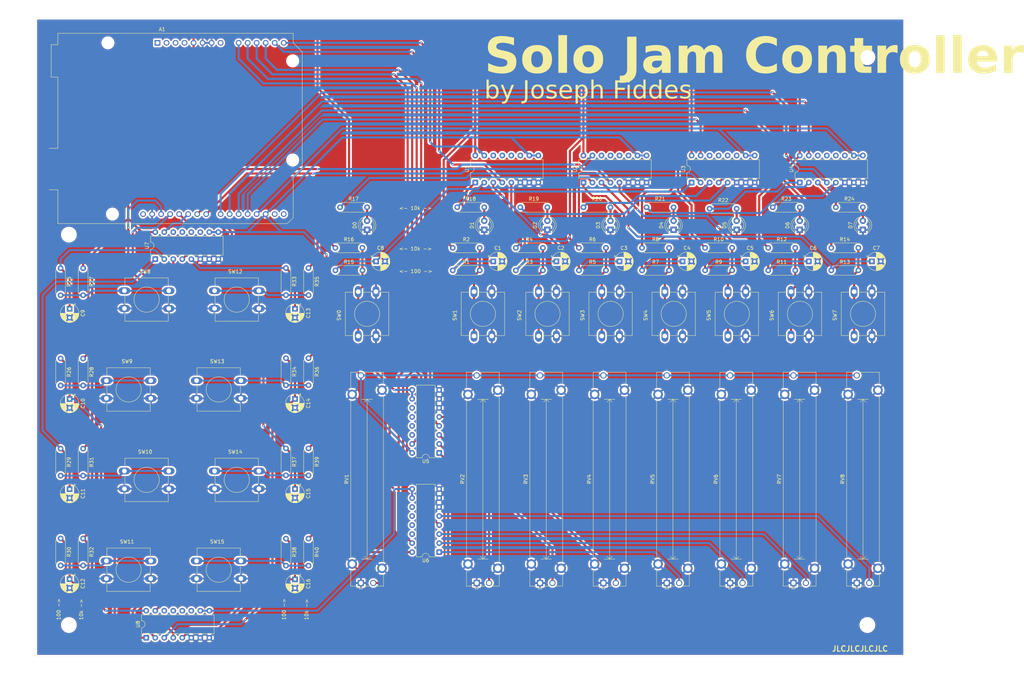
<source format=kicad_pcb>
(kicad_pcb (version 20241229) (generator "pcbnew") (generator_version "9.0")
  (layers (0 "F.Cu" signal) (4 "In1.Cu" signal) (6 "In2.Cu" signal) (2 "B.Cu" signal) (13 "F.Paste" user) (15 "B.Paste" user) (5 "F.SilkS" user "F.Silkscreen") (7 "B.SilkS" user "B.Silkscreen") (1 "F.Mask" user) (3 "B.Mask" user) (25 "Edge.Cuts" user))
  (net 0 "")
  (net 1 "/ALG2")
  (net 3 "/ALG0")
  (net 4 "/DTL5")
  (net 5 "/DTL12")
  (net 6 "Net-(A1-D2)")
  (net 8 "/DTL10")
  (net 9 "/DTL9")
  (net 10 "GND")
  (net 13 "VCC")
  (net 15 "/ALG4")
  (net 16 "/DTL11")
  (net 17 "/DTL13")
  (net 21 "/BTN1")
  (net 22 "Net-(R1-Pad2)")
  (net 27 "/BTN2")
  (net 28 "/BTN3")
  (net 29 "/BTN4")
  (net 30 "/BTN5")
  (net 31 "/BTN6")
  (net 32 "/BTN7")
  (net 33 "/BTN0")
  (net 34 "Net-(R3-Pad2)")
  (net 35 "Net-(R5-Pad2)")
  (net 36 "Net-(R7-Pad2)")
  (net 37 "Net-(R10-Pad2)")
  (net 38 "Net-(R11-Pad2)")
  (net 39 "Net-(R13-Pad2)")
  (net 40 "Net-(R15-Pad2)")
  (net 41 "/ALG1")
  (net 42 "/DTL8")
  (net 43 "/ALG5")
  (net 44 "/DTL6")
  (net 45 "Net-(A1-D3)")
  (net 46 "/DTL7")
  (net 47 "/DTL4")
  (net 48 "/ALG3")
  (net 49 "Net-(D1-A)")
  (net 50 "Net-(D2-A)")
  (net 51 "Net-(D3-A)")
  (net 52 "Net-(D4-A)")
  (net 53 "Net-(D5-A)")
  (net 54 "Net-(D6-A)")
  (net 55 "Net-(D7-A)")
  (net 56 "/LED0")
  (net 57 "/LED1")
  (net 58 "/LED2")
  (net 59 "/LED3")
  (net 60 "/LED4")
  (net 61 "/LED5")
  (net 62 "/LED6")
  (net 63 "/LED7")
  (net 76 "Net-(D0-A)")
  (net 77 "/BTN8")
  (net 78 "/BTN12")
  (net 79 "/BTN9")
  (net 80 "/BTN13")
  (net 81 "/BTN10")
  (net 82 "/BTN14")
  (net 83 "/BTN11")
  (net 84 "/BTN15")
  (net 85 "Net-(R25-Pad2)")
  (net 86 "Net-(R26-Pad2)")
  (net 87 "Net-(R29-Pad2)")
  (net 88 "Net-(R30-Pad2)")
  (net 89 "Net-(R33-Pad2)")
  (net 90 "Net-(R34-Pad2)")
  (net 91 "Net-(R37-Pad2)")
  (net 92 "Net-(R38-Pad2)")
  (net 93 "/FAD0")
  (net 94 "/FAD1")
  (net 95 "/FAD2")
  (net 96 "/FAD3")
  (net 97 "/FAD4")
  (net 98 "/FAD5")
  (net 99 "/FAD6")
  (net 100 "/FAD7")
  (footprint "Resistor_THT:R_Axial_DIN0207_L6.3mm_D2.5mm_P7.62mm_Horizontal" (layer "F.Cu") (at 309.84 135.065)
    (property "Reference" "R13")
    (property "Value" "100")
  )
  (footprint "Potentiometer_THT:Potentiometer_Bourns_PTA4543_Single_Slide" (layer "F.Cu") (at 281.316667 223.16 90)
    (property "Reference" "RV6")
    (property "Value" "R_Fader")
  )
  (footprint "Button_Switch_THT:SW_PUSH-12mm" (layer "F.Cu") (at 209.16 153.57 90)
    (property "Reference" "SW1")
    (property "Value" "SW_Push")
  )
  (footprint "Resistor_THT:R_Axial_DIN0207_L6.3mm_D2.5mm_P7.62mm_Horizontal" (layer "F.Cu") (at 92.67 134.45 -90)
    (property "Reference" "R25")
    (property "Value" "100")
  )
  (footprint "Resistor_THT:R_Axial_DIN0207_L6.3mm_D2.5mm_P7.62mm_Horizontal" (layer "F.Cu") (at 156.17 210.65 -90)
    (property "Reference" "R38")
    (property "Value" "100")
  )
  (footprint "Resistor_THT:R_Axial_DIN0207_L6.3mm_D2.5mm_P7.62mm_Horizontal" (layer "F.Cu") (at 92.67 159.89 -90)
    (property "Reference" "R26")
    (property "Value" "100")
  )
  (footprint "Resistor_THT:R_Axial_DIN0207_L6.3mm_D2.5mm_P7.62mm_Horizontal" (layer "F.Cu") (at 162.52 159.81 -90)
    (property "Reference" "R36")
    (property "Value" "10k")
  )
  (footprint "Button_Switch_THT:SW_PUSH-12mm" (layer "F.Cu") (at 227.37 153.57 90)
    (property "Reference" "SW2")
    (property "Value" "SW_Push")
  )
  (footprint "Resistor_THT:R_Axial_DIN0207_L6.3mm_D2.5mm_P7.62mm_Horizontal" (layer "F.Cu") (at 256.5 135.065)
    (property "Reference" "R7")
    (property "Value" "100")
  )
  (footprint "Capacitor_THT:CP_Radial_D5.0mm_P2.50mm" (layer "F.Cu") (at 95.21 171.32 -90)
    (property "Reference" "C10")
    (property "Value" "1u")
  )
  (footprint "Capacitor_THT:CP_Radial_D5.0mm_P2.50mm" (layer "F.Cu") (at 158.71 145.88 -90)
    (property "Reference" "C13")
    (property "Value" "1u")
  )
  (footprint "Resistor_THT:R_Axial_DIN0207_L6.3mm_D2.5mm_P7.62mm_Horizontal" (layer "F.Cu") (at 156.17 134.41 -90)
    (property "Reference" "R33")
    (property "Value" "100")
  )
  (footprint "Resistor_THT:R_Axial_DIN0207_L6.3mm_D2.5mm_P7.62mm_Horizontal" (layer "F.Cu") (at 99.02 210.61 -90)
    (property "Reference" "R32")
    (property "Value" "10k")
  )
  (footprint "Button_Switch_THT:SW_PUSH-12mm" (layer "F.Cu") (at 136.05 191.6)
    (property "Reference" "SW14")
    (property "Value" "SW_Push")
  )
  (footprint "Resistor_THT:R_Axial_DIN0207_L6.3mm_D2.5mm_P7.62mm_Horizontal" (layer "F.Cu") (at 92.67 210.61 -90)
    (property "Reference" "R30")
    (property "Value" "100")
  )
  (footprint "LED_THT:LED_D4.0mm" (layer "F.Cu") (at 229.83 123.635 90)
    (property "Reference" "D2")
    (property "Value" "LED")
  )
  (footprint "Capacitor_THT:CP_Radial_D5.0mm_P2.50mm" (layer "F.Cu") (at 285.71 132.525)
    (property "Reference" "C5")
    (property "Value" "1u")
  )
  (footprint "Capacitor_THT:CP_Radial_D5.0mm_P2.50mm" (layer "F.Cu") (at 158.71 171.28 -90)
    (property "Reference" "C14")
    (property "Value" "1u")
  )
  (footprint "Capacitor_THT:CP_Radial_D5.0mm_P2.50mm" (layer "F.Cu") (at 250.15 132.525)
    (property "Reference" "C3")
    (property "Value" "1u")
  )
  (footprint "Resistor_THT:R_Axial_DIN0207_L6.3mm_D2.5mm_P7.62mm_Horizontal" (layer "F.Cu") (at 162.52 210.65 -90)
    (property "Reference" "R40")
    (property "Value" "10k")
  )
  (footprint "Package_DIP:DIP-16_W7.62mm" (layer "F.Cu") (at 199.35 214.46 180)
    (property "Reference" "U6")
    (property "Value" "CD4053B")
  )
  (footprint "Resistor_THT:R_Axial_DIN0207_L6.3mm_D2.5mm_P7.62mm_Horizontal" (layer "F.Cu") (at 220.94 128.715)
    (property "Reference" "R4")
    (property "Value" "10k")
  )
  (footprint "Capacitor_THT:CP_Radial_D5.0mm_P2.50mm" (layer "F.Cu") (at 95.21 196.72 -90)
    (property "Reference" "C11")
    (property "Value" "1u")
  )
  (footprint "Resistor_THT:R_Axial_DIN0207_L6.3mm_D2.5mm_P7.62mm_Horizontal" (layer "F.Cu") (at 92.67 185.29 -90)
    (property "Reference" "R29")
    (property "Value" "100")
  )
  (footprint "Resistor_THT:R_Axial_DIN0207_L6.3mm_D2.5mm_P7.62mm_Horizontal" (layer "F.Cu") (at 170.1 128.715)
    (property "Reference" "R16")
    (property "Value" "10k")
  )
  (footprint "LED_THT:LED_D4.0mm" (layer "F.Cu") (at 179.03 123.635 90)
    (property "Reference" "D0")
    (property "Value" "LED")
  )
  (footprint "LED_THT:LED_D4.0mm" (layer "F.Cu") (at 247.61 123.635 90)
    (property "Reference" "D3")
    (property "Value" "LED")
  )
  (footprint "Package_DIP:DIP-16_W7.62mm" (layer "F.Cu") (at 199.35 186.52 180)
    (property "Reference" "U5")
    (property "Value" "CD4053B")
  )
  (footprint "Package_DIP:DIP-16_W7.62mm" (layer "F.Cu") (at 300.95 110.32 90)
    (property "Reference" "U4")
    (property "Value" "CD4053B")
  )
  (footprint "Resistor_THT:R_Axial_DIN0207_L6.3mm_D2.5mm_P7.62mm_Horizontal" (layer "F.Cu") (at 162.52 185.21 -90)
    (property "Reference" "R39")
    (property "Value" "10k")
  )
  (footprint "Button_Switch_THT:SW_PUSH-12mm" (layer "F.Cu") (at 298.49 153.57 90)
    (property "Reference" "SW6")
    (property "Value" "SW_Push")
  )
  (footprint "Resistor_THT:R_Axial_DIN0207_L6.3mm_D2.5mm_P7.62mm_Horizontal" (layer "F.Cu") (at 203.16 135.065)
    (property "Reference" "R1")
    (property "Value" "100")
  )
  (footprint "Resistor_THT:R_Axial_DIN0207_L6.3mm_D2.5mm_P7.62mm_Horizontal" (layer "F.Cu") (at 275.55 117.675)
    (property "Reference" "R22")
    (property "Value" "10k")
  )
  (footprint "Capacitor_THT:CP_Radial_D5.0mm_P2.50mm" (layer "F.Cu") (at 232.37 132.525)
    (property "Reference" "C2")
    (property "Value" "1u")
  )
  (footprint "Resistor_THT:R_Axial_DIN0207_L6.3mm_D2.5mm_P7.62mm_Horizontal" (layer "F.Cu") (at 309.84 128.715)
    (property "Reference" "R14")
    (property "Value" "10k")
  )
  (footprint "Potentiometer_THT:Potentiometer_Bourns_PTA4543_Single_Slide" (layer "F.Cu") (at 245.613333 223.16 90)
    (property "Reference" "RV4")
    (property "Value" "R_Fader")
  )
  (footprint "Resistor_THT:R_Axial_DIN0207_L6.3mm_D2.5mm_P7.62mm_Horizontal" (layer "F.Cu") (at 274.28 135.065)
    (property "Reference" "R9")
    (property "Value" "100")
  )
  (footprint "Package_DIP:DIP-16_W7.62mm" (layer "F.Cu") (at 119.34 131.905 90)
    (property "Reference" "U7")
    (property "Value" "CD4053B")
  )
  (footprint "Resistor_THT:R_Axial_DIN0207_L6.3mm_D2.5mm_P7.62mm_Horizontal" (layer "F.Cu") (at 99.02 159.89 -90)
    (property "Reference" "R28")
    (property "Value" "10k")
  )
  (footprint "Capacitor_THT:CP_Radial_D5.0mm_P2.50mm" (layer "F.Cu") (at 303.49 132.525)
    (property "Reference" "C6")
    (property "Value" "1u")
  )
  (footprint "" (layer "F.Cu") (at 320 75)
    (property "Reference" "")
    (property "Value" "")
  )
  (footprint "Capacitor_THT:CP_Radial_D5.0mm_P2.50mm" (layer "F.Cu") (at 181.57 132.525)
    (property "Reference" "C8")
    (property "Value" "1u")
  )
  (footprint "" (layer "F.Cu") (at 320 235)
    (property "Reference" "")
    (property "Value" "")
  )
  (footprint "Capacitor_THT:CP_Radial_D5.0mm_P2.50mm" (layer "F.Cu") (at 158.71 222.12 -90)
    (property "Reference" "C16")
    (property "Value" "1u")
  )
  (footprint "Resistor_THT:R_Axial_DIN0207_L6.3mm_D2.5mm_P7.62mm_Horizontal" (layer "F.Cu") (at 156.17 159.81 -90)
    (property "Reference" "R34")
    (property "Value" "100")
  )
  (footprint "Resistor_THT:R_Axial_DIN0207_L6.3mm_D2.5mm_P7.62mm_Horizontal" (layer "F.Cu") (at 239.99 117.285)
    (property "Reference" "R20")
    (property "Value" "10k")
  )
  (footprint "Capacitor_THT:CP_Radial_D5.0mm_P2.50mm" (layer "F.Cu") (at 267.93 132.525)
    (property "Reference" "C4")
    (property "Value" "1u")
  )
  (footprint "Potentiometer_THT:Potentiometer_Bourns_PTA4543_Single_Slide" (layer "F.Cu") (at 299.168333 223.16 90)
    (property "Reference" "RV7")
    (property "Value" "R_Fader")
  )
  (footprint "Resistor_THT:R_Axial_DIN0207_L6.3mm_D2.5mm_P7.62mm_Horizontal" (layer "F.Cu") (at 292.06 135.065)
    (property "Reference" "R11")
    (property "Value" "100")
  )
  (footprint "Package_DIP:DIP-16_W7.62mm" (layer "F.Cu") (at 116.8 238.585 90)
    (property "Reference" "U8")
    (property "Value" "CD4053B")
  )
  (footprint "Capacitor_THT:CP_Radial_D5.0mm_P2.50mm" (layer "F.Cu") (at 95.21 222.08 -90)
    (property "Reference" "C12")
    (property "Value" "1u")
  )
  (footprint "Resistor_THT:R_Axial_DIN0207_L6.3mm_D2.5mm_P7.62mm_Horizontal" (layer "F.Cu") (at 220.94 135.065)
    (property "Reference" "R3")
    (property "Value" "100")
  )
  (footprint "Resistor_THT:R_Axial_DIN0207_L6.3mm_D2.5mm_P7.62mm_Horizontal" (layer "F.Cu") (at 311.11 117.285)
    (property "Reference" "R24")
    (property "Value" "10k")
  )
  (footprint "Button_Switch_THT:SW_PUSH-12mm" (layer "F.Cu") (at 176.53 153.57 90)
    (property "Reference" "SW0")
    (property "Value" "SW_Push")
  )
  (footprint "Resistor_THT:R_Axial_DIN0207_L6.3mm_D2.5mm_P7.62mm_Horizontal" (layer "F.Cu") (at 203.16 128.715)
    (property "Reference" "R2")
    (property "Value" "10k")
  )
  (footprint "LED_THT:LED_D4.0mm" (layer "F.Cu") (at 318.73 123.635 90)
    (property "Reference" "D7")
    (property "Value" "LED")
  )
  (footprint "Resistor_THT:R_Axial_DIN0207_L6.3mm_D2.5mm_P7.62mm_Horizontal" (layer "F.Cu") (at 171.41 117.285)
    (property "Reference" "R17")
    (property "Value" "10k")
  )
  (footprint "Module:Arduino_UNO_R2_WithMountingHoles" (layer "F.Cu") (at 119.975 70.95)
    (property "Reference" "A1")
    (property "Value" "Arduino_UNO_R2")
  )
  (footprint "Capacitor_THT:CP_Radial_D5.0mm_P2.50mm" (layer "F.Cu") (at 214.59 132.525)
    (property "Reference" "C1")
    (property "Value" "1u")
  )
  (footprint "Resistor_THT:R_Axial_DIN0207_L6.3mm_D2.5mm_P7.62mm_Horizontal" (layer "F.Cu") (at 238.72 128.715)
    (property "Reference" "R6")
    (property "Value" "10k")
  )
  (footprint "Resistor_THT:R_Axial_DIN0207_L6.3mm_D2.5mm_P7.62mm_Horizontal" (layer "F.Cu") (at 204.43 117.285)
    (property "Reference" "R18")
    (property "Value" "10k")
  )
  (footprint "Resistor_THT:R_Axial_DIN0207_L6.3mm_D2.5mm_P7.62mm_Horizontal" (layer "F.Cu") (at 293.33 117.285)
    (property "Reference" "R23")
    (property "Value" "10k")
  )
  (footprint "" (layer "F.Cu") (at 95 235)
    (property "Reference" "")
    (property "Value" "")
  )
  (footprint "Package_DIP:DIP-16_W7.62mm" (layer "F.Cu") (at 209.51 110.315 90)
    (property "Reference" "U1")
    (property "Value" "CD4053B")
  )
  (footprint "Resistor_THT:R_Axial_DIN0207_L6.3mm_D2.5mm_P7.62mm_Horizontal" (layer "F.Cu") (at 99.02 185.29 -90)
    (property "Reference" "R31")
    (property "Value" "10k")
  )
  (footprint "Resistor_THT:R_Axial_DIN0207_L6.3mm_D2.5mm_P7.62mm_Horizontal" (layer "F.Cu") (at 156.17 185.21 -90)
    (property "Reference" "R37")
    (property "Value" "100")
  )
  (footprint "Button_Switch_THT:SW_PUSH-12mm" (layer "F.Cu") (at 262.93 153.57 90)
    (property "Reference" "SW4")
    (property "Value" "SW_Push")
  )
  (footprint "Capacitor_THT:CP_Radial_D5.0mm_P2.50mm" (layer "F.Cu") (at 321.27 132.525)
    (property "Reference" "C7")
    (property "Value" "1u")
  )
  (footprint "Button_Switch_THT:SW_PUSH-12mm" (layer "F.Cu") (at 110.65 140.8)
    (property "Reference" "SW8")
    (property "Value" "SW_Push")
  )
  (footprint "Resistor_THT:R_Axial_DIN0207_L6.3mm_D2.5mm_P7.62mm_Horizontal" (layer "F.Cu") (at 292.06 128.715)
    (property "Reference" "R12")
    (property "Value" "10k")
  )
  (footprint "Package_DIP:DIP-16_W7.62mm" (layer "F.Cu") (at 270.47 110.32 90)
    (property "Reference" "U3")
    (property "Value" "CD4053B")
  )
  (footprint "LED_THT:LED_D4.0mm" (layer "F.Cu") (at 283.17 123.635 90)
    (property "Reference" "D5")
    (property "Value" "LED")
  )
  (footprint "Button_Switch_THT:SW_PUSH-12mm" (layer "F.Cu") (at 110.65 191.6)
    (property "Reference" "SW10")
    (property "Value" "SW_Push")
  )
  (footprint "MountingHole:MountingHole_4mm" (layer "F.Cu") (at 95 125)
    (property "Reference" "REF**" (hide yes))
    (property "Value" "MountingHole_4mm" (hide yes))
  )
  (footprint "LED_THT:LED_D4.0mm" (layer "F.Cu") (at 300.95 123.635 90)
    (property "Reference" "D6")
    (property "Value" "LED")
  )
  (footprint "Button_Switch_THT:SW_PUSH-12mm" (layer "F.Cu") (at 130.97 166.12)
    (property "Reference" "SW13")
    (property "Value" "SW_Push")
  )
  (footprint "Button_Switch_THT:SW_PUSH-12mm" (layer "F.Cu") (at 105.57 216.92)
    (property "Reference" "SW11")
    (property "Value" "SW_Push")
  )
  (footprint "Potentiometer_THT:Potentiometer_Bourns_PTA4543_Single_Slide" (layer "F.Cu") (at 209.91 223.16 90)
    (property "Reference" "RV2")
    (property "Value" "R_Fader")
  )
  (footprint "Resistor_THT:R_Axial_DIN0207_L6.3mm_D2.5mm_P7.62mm_Horizontal" (layer "F.Cu") (at 256.5 128.715)
    (property "Reference" "R8")
    (property "Value" "10k")
  )
  (footprint "Capacitor_THT:CP_Radial_D5.0mm_P2.50mm" (layer "F.Cu") (at 158.71 196.68 -90)
    (property "Reference" "C15")
    (property "Value" "1u")
  )
  (footprint "Package_DIP:DIP-16_W7.62mm" (layer "F.Cu") (at 239.99 110.32 90)
    (property "Reference" "U2")
    (property "Value" "CD4053B")
  )
  (footprint "Resistor_THT:R_Axial_DIN0207_L6.3mm_D2.5mm_P7.62mm_Horizontal" (layer "F.Cu") (at 222.21 117.285)
    (property "Reference" "R19")
    (property "Value" "10k")
  )
  (footprint "Resistor_THT:R_Axial_DIN0207_L6.3mm_D2.5mm_P7.62mm_Horizontal" (layer "F.Cu") (at 257.77 117.285)
    (property "Reference" "R21")
    (property "Value" "10k")
  )
  (footprint "Potentiometer_THT:Potentiometer_Bourns_PTA4543_Single_Slide" (layer "F.Cu") (at 227.761667 223.16 90)
    (property "Reference" "RV3")
    (property "Value" "R_Fader")
  )
  (footprint "Resistor_THT:R_Axial_DIN0207_L6.3mm_D2.5mm_P7.62mm_Horizontal" (layer "F.Cu") (at 274.28 128.715)
    (property "Reference" "R10")
    (property "Value" "10k")
  )
  (footprint "LED_THT:LED_D4.0mm" (layer "F.Cu") (at 212.05 123.635 90)
    (property "Reference" "D1")
    (property "Value" "LED")
  )
  (footprint "Resistor_THT:R_Axial_DIN0207_L6.3mm_D2.5mm_P7.62mm_Horizontal" (layer "F.Cu") (at 99.02 134.45 -90)
    (property "Reference" "R27")
    (property "Value" "10k")
  )
  (footprint "Potentiometer_THT:Potentiometer_Bourns_PTA4543_Single_Slide" (layer "F.Cu") (at 177.28 223.16 90)
    (property "Reference" "RV1")
    (property "Value" "R_Fader")
  )
  (footprint "Button_Switch_THT:SW_PUSH-12mm" (layer "F.Cu") (at 316.27 153.57 90)
    (property "Reference" "SW7")
    (property "Value" "SW_Push")
  )
  (footprint "Resistor_THT:R_Axial_DIN0207_L6.3mm_D2.5mm_P7.62mm_Horizontal" (layer "F.Cu") (at 238.72 135.065)
    (property "Reference" "R5")
    (property "Value" "100")
  )
  (footprint "Capacitor_THT:CP_Radial_D5.0mm_P2.50mm" (layer "F.Cu") (at 95.21 145.88 -90)
    (property "Reference" "C9")
    (property "Value" "1u")
  )
  (footprint "Resistor_THT:R_Axial_DIN0207_L6.3mm_D2.5mm_P7.62mm_Horizontal" (layer "F.Cu") (at 170.1 135.065)
    (property "Reference" "R15")
    (property "Value" "100")
  )
  (footprint "LED_THT:LED_D4.0mm" (layer "F.Cu") (at 265.39 123.635 90)
    (property "Reference" "D4")
    (property "Value" "LED")
  )
  (footprint "Button_Switch_THT:SW_PUSH-12mm" (layer "F.Cu") (at 130.97 216.92)
    (property "Reference" "SW15")
    (property "Value" "SW_Push")
  )
  (footprint "Resistor_THT:R_Axial_DIN0207_L6.3mm_D2.5mm_P7.62mm_Horizontal" (layer "F.Cu") (at 162.52 134.41 -90)
    (property "Reference" "R35")
    (property "Value" "10k")
  )
  (footprint "Button_Switch_THT:SW_PUSH-12mm" (layer "F.Cu") (at 105.57 166.12)
    (property "Reference" "SW9")
    (property "Value" "SW_Push")
  )
  (footprint "Button_Switch_THT:SW_PUSH-12mm" (layer "F.Cu") (at 245.15 153.57 90)
    (property "Reference" "SW3")
    (property "Value" "SW_Push")
  )
  (footprint "Potentiometer_THT:Potentiometer_Bourns_PTA4543_Single_Slide" (layer "F.Cu") (at 317.02 223.16 90)
    (property "Reference" "RV8")
    (property "Value" "R_Fader")
  )
  (footprint "Potentiometer_THT:Potentiometer_Bourns_PTA4543_Single_Slide" (layer "F.Cu") (at 263.465 223.16 90)
    (property "Reference" "RV5")
    (property "Value" "R_Fader")
  )
  (footprint "Button_Switch_THT:SW_PUSH-12mm" (layer "F.Cu") (at 280.71 153.57 90)
    (property "Reference" "SW5")
    (property "Value" "SW_Push")
  )
  (footprint "Button_Switch_THT:SW_PUSH-12mm" (layer "F.Cu") (at 136.05 140.8)
    (property "Reference" "SW12")
    (property "Value" "SW_Push")
  )
  (gr_line (start 330.59 243.88) (end 330.59 63.88) (stroke (width 0.0381)) (layer "Edge.Cuts"))
  (gr_line (start 330.59 63.88) (end 85.59 63.88) (stroke (width 0.0381)) (layer "Edge.Cuts"))
  (gr_line (start 85.59 63.88) (end 85.59 243.88) (stroke (width 0.0381)) (layer "Edge.Cuts"))
  (gr_line (start 85.59 243.88) (end 330.59 243.88) (stroke (width 0.0381)) (layer "Edge.Cuts"))
  (gr_text "100 ->" (at 156.21 233.68 90) (layer "F.SilkS") (effects (font (size 1 1)) (justify left bottom)))
  (gr_text "10k ->" (at 162.56 233.68 90) (layer "F.SilkS") (effects (font (size 1 1)) (justify left bottom)))
  (gr_text "<- 10k ->" (at 187.96 118.11 0) (layer "F.SilkS") (effects (font (size 1 1)) (justify left bottom)))
  (gr_text "10k ->" (at 99.06 233.68 90) (layer "F.SilkS") (effects (font (size 1 1)) (justify left bottom)))
  (gr_text "Solo Jam Controller" (at 212.05 81.11 0) (layer "F.SilkS") (effects (font (size 10 10) (thickness 0.3048) (bold yes) (italic yes)) (justify left bottom)))
  (gr_text "<- 100 ->" (at 187.96 135.89 0) (layer "F.SilkS") (effects (font (size 1 1)) (justify left bottom)))
  (gr_text "JLCJLCJLCJLC" (at 309.88 242.57 0) (layer "F.SilkS") (effects (font (size 1.524 1.524) (thickness 0.3048) (bold yes)) (justify left bottom)))
  (gr_text "by Joseph Fiddes" (at 212.05 87.46 0) (layer "F.SilkS") (effects (font (size 5 5) (thickness 0.1905) (italic yes)) (justify left bottom)))
  (gr_text "100 ->" (at 92.71 233.68 90) (layer "F.SilkS") (effects (font (size 1 1)) (justify left bottom)))
  (gr_text "<- 10k ->" (at 187.96 129.54 0) (layer "F.SilkS") (effects (font (size 1 1)) (justify left bottom)))
  (segment (start 190.46 162.39) (end 187.92 164.93) (width 0.6) (layer "F.Cu") (net 1))
  (segment (start 187.92 208.11) (end 191.73 211.92) (width 0.6) (layer "F.Cu") (net 1))
  (segment (start 186.65 79.84) (end 190.46 83.65) (width 0.6) (layer "F.Cu") (net 1))
  (segment (start 187.92 164.93) (end 187.92 208.11) (width 0.6) (layer "F.Cu") (net 1))
  (segment (start 190.46 83.65) (end 190.46 162.39) (width 0.6) (layer "F.Cu") (net 1))
  (via (at 186.65 79.84) (size 0.6) (drill 0.3) (layers "F.Cu" "B.Cu") (net 1))
  (segment (start 152.36 79.84) (end 186.65 79.84) (width 0.6) (layer "B.Cu") (net 1))
  (segment (start 152.36 79.84) (end 147.915 75.395) (width 0.6) (layer "B.Cu") (net 1))
  (segment (start 147.915 75.395) (end 147.915 70.95) (width 0.6) (layer "B.Cu") (net 1))
  (segment (start 194.27 181.44) (end 191.73 183.98) (width 0.6) (layer "F.Cu") (net 3))
  (segment (start 193 83.65) (end 193 163.66) (width 0.6) (layer "F.Cu") (net 3))
  (segment (start 194.27 164.93) (end 194.27 181.44) (width 0.6) (layer "F.Cu") (net 3))
  (segment (start 193 163.66) (end 194.27 164.93) (width 0.6) (layer "F.Cu") (net 3))
  (via (at 193 83.65) (size 0.6) (drill 0.3) (layers "F.Cu" "B.Cu") (net 3))
  (segment (start 142.835 70.95) (end 142.835 75.395) (width 0.6) (layer "B.Cu") (net 3))
  (segment (start 142.835 75.395) (end 149.82 82.38) (width 0.6) (layer "B.Cu") (net 3))
  (segment (start 149.82 82.38) (end 191.73 82.38) (width 0.6) (layer "B.Cu") (net 3))
  (segment (start 191.73 82.38) (end 193 83.65) (width 0.6) (layer "B.Cu") (net 3))
  (segment (start 292.06 102.7) (end 288.25 106.51) (width 0.6) (layer "F.Cu") (net 4))
  (segment (start 285.71 90) (end 292.06 96.35) (width 0.6) (layer "F.Cu") (net 4))
  (segment (start 281.9 106.51) (end 278.09 110.32) (width 0.6) (layer "F.Cu") (net 4))
  (segment (start 292.06 96.35) (end 292.06 102.7) (width 0.6) (layer "F.Cu") (net 4))
  (segment (start 288.25 106.51) (end 281.9 106.51) (width 0.6) (layer "F.Cu") (net 4))
  (via (at 285.71 90) (size 0.6) (drill 0.3) (layers "F.Cu" "B.Cu") (net 4))
  (segment (start 166.33 90) (end 142.835 113.495) (width 0.6) (layer "B.Cu") (net 4))
  (segment (start 142.835 113.495) (end 142.835 119.21) (width 0.6) (layer "B.Cu") (net 4))
  (segment (start 285.71 90) (end 166.33 90) (width 0.6) (layer "B.Cu") (net 4))
  (segment (start 112.99 133.18) (end 116.8 136.99) (width 0.6) (layer "F.Cu") (net 5))
  (segment (start 126.96 138.26) (end 125.69 136.99) (width 0.6) (layer "F.Cu") (net 5))
  (segment (start 126.96 138.26) (end 126.96 223.345) (width 0.6) (layer "F.Cu") (net 5))
  (segment (start 126.96 223.345) (end 119.34 230.965) (width 0.6) (layer "F.Cu") (net 5))
  (segment (start 112.99 124.29) (end 112.99 133.18) (width 0.6) (layer "F.Cu") (net 5))
  (segment (start 116.8 136.99) (end 125.69 136.99) (width 0.6) (layer "F.Cu") (net 5))
  (via (at 112.99 124.29) (size 0.6) (drill 0.3) (layers "F.Cu" "B.Cu") (net 5))
  (segment (start 114.223 123.057) (end 112.99 124.29) (width 0.6) (layer "B.Cu") (net 5))
  (segment (start 119.688 123.057) (end 114.223 123.057) (width 0.6) (layer "B.Cu") (net 5))
  (segment (start 123.535 119.21) (end 119.688 123.057) (width 0.6) (layer "B.Cu") (net 5))
  (segment (start 186.65 168.74) (end 185.38 167.47) (width 0.6) (layer "F.Cu") (net 6))
  (segment (start 167.6 149.69) (end 167.6 130.64) (width 0.6) (layer "F.Cu") (net 6))
  (segment (start 185.38 167.47) (end 167.6 149.69) (width 0.6) (layer "F.Cu") (net 6))
  (segment (start 186.65 196.68) (end 185.38 195.41) (width 0.6) (layer "F.Cu") (net 6))
  (segment (start 185.38 195.41) (end 185.38 167.47) (width 0.6) (layer "F.Cu") (net 6))
  (via (at 167.6 130.64) (size 0.6) (drill 0.3) (layers "F.Cu" "B.Cu") (net 6))
  (via (at 186.65 168.74) (size 0.6) (drill 0.3) (layers "F.Cu" "B.Cu") (net 6))
  (via (at 186.65 196.68) (size 0.6) (drill 0.3) (layers "F.Cu" "B.Cu") (net 6))
  (segment (start 150.455 119.21) (end 150.455 119.84) (width 0.6) (layer "B.Cu") (net 6))
  (segment (start 219.67 97.62) (end 172.045 97.62) (width 0.6) (layer "B.Cu") (net 6))
  (segment (start 191.73 168.74) (end 186.65 168.74) (width 0.6) (layer "B.Cu") (net 6))
  (segment (start 161.245 124.285) (end 154.9 124.285) (width 0.6) (layer "B.Cu") (net 6))
  (segment (start 165.065 230.965) (end 186.65 209.38) (width 0.6) (layer "B.Cu") (net 6))
  (segment (start 257.77 102.7) (end 255.23 102.7) (width 0.6) (layer "B.Cu") (net 6))
  (segment (start 134.58 230.965) (end 165.065 230.965) (width 0.6) (layer "B.Cu") (net 6))
  (segment (start 132.04 230.965) (end 134.58 230.965) (width 0.6) (layer "B.Cu") (net 6))
  (segment (start 191.73 199.22) (end 191.73 196.68) (width 0.6) (layer "B.Cu") (net 6))
  (segment (start 224.75 102.7) (end 219.67 97.62) (width 0.6) (layer "B.Cu") (net 6))
  (segment (start 191.73 196.68) (end 186.65 196.68) (width 0.6) (layer "B.Cu") (net 6))
  (segment (start 191.73 171.28) (end 191.73 168.74) (width 0.6) (layer "B.Cu") (net 6))
  (segment (start 186.65 209.38) (end 186.65 196.68) (width 0.6) (layer "B.Cu") (net 6))
  (segment (start 172.045 97.62) (end 150.455 119.21) (width 0.6) (layer "B.Cu") (net 6))
  (segment (start 154.9 124.285) (end 145.38 124.285) (width 0.6) (layer "B.Cu") (net 6))
  (segment (start 145.38 124.285) (end 137.12 124.285) (width 0.6) (layer "B.Cu") (net 6))
  (segment (start 167.6 130.64) (end 161.245 124.285) (width 0.6) (layer "B.Cu") (net 6))
  (segment (start 150.455 119.21) (end 145.38 124.285) (width 0.6) (layer "B.Cu") (net 6))
  (segment (start 227.29 102.7) (end 224.75 102.7) (width 0.6) (layer "B.Cu") (net 6))
  (segment (start 134.58 124.285) (end 137.12 124.285) (width 0.6) (layer "B.Cu") (net 6))
  (segment (start 150.455 119.84) (end 154.9 124.285) (width 0.6) (layer "B.Cu") (net 6))
  (segment (start 255.23 102.7) (end 250.15 97.62) (width 0.6) (layer "B.Cu") (net 6))
  (segment (start 250.15 97.62) (end 219.67 97.62) (width 0.6) (layer "B.Cu") (net 6))
  (segment (start 126.075 121.75) (end 128.615 119.21) (width 0.6) (layer "B.Cu") (net 8))
  (segment (start 121.88 124.285) (end 124.415 121.75) (width 0.6) (layer "B.Cu") (net 8))
  (segment (start 124.415 121.75) (end 126.075 121.75) (width 0.6) (layer "B.Cu") (net 8))
  (segment (start 238.72 105.24) (end 239.99 106.51) (width 0.6) (layer "F.Cu") (net 9))
  (segment (start 239.99 106.51) (end 243.8 106.51) (width 0.6) (layer "F.Cu") (net 9))
  (segment (start 131.155 119.21) (end 143.855 106.51) (width 0.6) (layer "F.Cu") (net 9))
  (segment (start 143.855 106.51) (end 165.06 106.51) (width 0.6) (layer "F.Cu") (net 9))
  (segment (start 237.45 105.24) (end 238.72 105.24) (width 0.6) (layer "F.Cu") (net 9))
  (segment (start 243.8 106.51) (end 247.61 110.32) (width 0.6) (layer "F.Cu") (net 9))
  (via (at 237.45 105.24) (size 0.6) (drill 0.3) (layers "F.Cu" "B.Cu") (net 9))
  (via (at 165.06 106.51) (size 0.6) (drill 0.3) (layers "F.Cu" "B.Cu") (net 9))
  (segment (start 205.7 105.24) (end 237.45 105.24) (width 0.6) (layer "B.Cu") (net 9))
  (segment (start 165.06 106.51) (end 204.43 106.51) (width 0.6) (layer "B.Cu") (net 9))
  (segment (start 204.43 106.51) (end 205.7 105.24) (width 0.6) (layer "B.Cu") (net 9))
  (segment (start 165.02 182.71) (end 165.02 208.11) (width 0.6) (layer "F.Cu") (net 13))
  (segment (start 101.56 213.15) (end 99.02 210.61) (width 0.6) (layer "F.Cu") (net 13))
  (segment (start 295.87 109.05) (end 295.235 108.415) (width 0.6) (layer "F.Cu") (net 13))
  (segment (start 115.535 124.285) (end 119.34 124.285) (width 0.6) (layer "F.Cu") (net 13))
  (segment (start 236.18 125.56) (end 236.18 101.43) (width 0.6) (layer "F.Cu") (net 13))
  (segment (start 236.18 101.43) (end 239.99 97.62) (width 0.6) (layer "F.Cu") (net 13))
  (segment (start 165.06 152.44) (end 165.06 152.23) (width 0.6) (layer "F.Cu") (net 13))
  (segment (start 271.125 125.56) (end 270.47 124.905) (width 0.6) (layer "F.Cu") (net 13))
  (segment (start 111.72 114.13) (end 111.72 120.48) (width 0.6) (layer "F.Cu") (net 13))
  (segment (start 270.47 116.67) (end 266.66 112.86) (width 0.6) (layer "F.Cu") (net 13))
  (segment (start 115.53 124.29) (end 115.535 124.285) (width 0.6) (layer "F.Cu") (net 13))
  (segment (start 266.66 101.43) (end 270.47 97.62) (width 0.6) (layer "F.Cu") (net 13))
  (segment (start 270.47 67.14) (end 269.2 65.87) (width 0.6) (layer "F.Cu") (net 13))
  (segment (start 209.51 67.14) (end 208.24 65.87) (width 0.6) (layer "F.Cu") (net 13))
  (segment (start 99.02 133.18) (end 101.56 130.64) (width 0.6) (layer "F.Cu") (net 13))
  (segment (start 170.1 128.715) (end 165.06 123.675) (width 0.6) (layer "F.Cu") (net 13))
  (segment (start 105.37 230.97) (end 104.1 229.7) (width 0.6) (layer "F.Cu") (net 13))
  (segment (start 165.02 208.11) (end 165.02 208.15) (width 0.6) (layer "F.Cu") (net 13))
  (segment (start 165.06 123.02) (end 165.06 131.91) (width 0.6) (layer "F.Cu") (net 13))
  (segment (start 209.51 102.7) (end 209.51 92.54) (width 0.6) (layer "F.Cu") (net 13))
  (segment (start 256.5 114.13) (end 257.77 112.86) (width 0.6) (layer "F.Cu") (net 13))
  (segment (start 295.87 107.78) (end 300.95 102.7) (width 0.6) (layer "F.Cu") (net 13))
  (segment (start 200.62 109.05) (end 200.62 103.97) (width 0.6) (layer "F.Cu") (net 13))
  (segment (start 238.72 65.87) (end 269.2 65.87) (width 0.6) (layer "F.Cu") (net 13))
  (segment (start 130.135 67.775) (end 132.04 65.87) (width 0.6) (layer "F.Cu") (net 13))
  (segment (start 165.06 67.14) (end 165.06 83.65) (width 0.6) (layer "F.Cu") (net 13))
  (segment (start 162.52 159.81) (end 165.02 157.31) (width 0.6) (layer "F.Cu") (net 13))
  (segment (start 200.62 126.175) (end 200.62 109.05) (width 0.6) (layer "F.Cu") (net 13))
  (segment (start 165.06 157.31) (end 165.06 152.23) (width 0.6) (layer "F.Cu") (net 13))
  (segment (start 274.28 128.715) (end 271.125 125.56) (width 0.6) (layer "F.Cu") (net 13))
  (segment (start 171.37 214.46) (end 165.02 208.11) (width 0.6) (layer "F.Cu") (net 13))
  (segment (start 292.06 128.715) (end 289.52 126.175) (width 0.6) (layer "F.Cu") (net 13))
  (segment (start 165.02 182.71) (end 162.52 185.21) (width 0.6) (layer "F.Cu") (net 13))
  (segment (start 256.5 128.715) (end 256.5 114.13) (width 0.6) (layer "F.Cu") (net 13))
  (segment (start 203.16 128.715) (end 200.62 126.175) (width 0.6) (layer "F.Cu") (net 13))
  (segment (start 101.56 130.64) (end 101.56 157.35) (width 0.6) (layer "F.Cu") (net 13))
  (segment (start 289.52 126.175) (end 289.52 125.56) (width 0.6) (layer "F.Cu") (net 13))
  (segment (start 239.99 97.62) (end 239.99 67.14) (width 0.6) (layer "F.Cu") (net 13))
  (segment (start 309.84 123.02) (end 295.87 109.05) (width 0.6) (layer "F.Cu") (net 13))
  (segment (start 101.56 130.64) (end 111.72 120.48) (width 0.6) (layer "F.Cu") (net 13))
  (segment (start 173.95 109.05) (end 165.06 117.94) (width 0.6) (layer "F.Cu") (net 13))
  (segment (start 300.95 67.14) (end 299.68 65.87) (width 0.6) (layer "F.Cu") (net 13))
  (segment (start 236.18 126.175) (end 236.18 125.56) (width 0.6) (layer "F.Cu") (net 13))
  (segment (start 165.02 157.31) (end 165.02 182.71) (width 0.6) (layer "F.Cu") (net 13))
  (segment (start 130.135 95.715) (end 111.72 114.13) (width 0.6) (layer "F.Cu") (net 13))
  (segment (start 270.47 124.905) (end 270.47 116.67) (width 0.6) (layer "F.Cu") (net 13))
  (segment (start 165.06 152.23) (end 165.06 131.91) (width 0.6) (layer "F.Cu") (net 13))
  (segment (start 239.99 102.7) (end 239.99 97.62) (width 0.6) (layer "F.Cu") (net 13))
  (segment (start 289.52 114.13) (end 295.235 108.415) (width 0.6) (layer "F.Cu") (net 13))
  (segment (start 209.51 95.08) (end 209.51 92.54) (width 0.6) (layer "F.Cu") (net 13))
  (segment (start 130.135 70.95) (end 130.135 95.715) (width 0.6) (layer "F.Cu") (net 13))
  (segment (start 163.79 65.87) (end 165.06 67.14) (width 0.6) (layer "F.Cu") (net 13))
  (segment (start 208.24 65.87) (end 238.72 65.87) (width 0.6) (layer "F.Cu") (net 13))
  (segment (start 111.72 120.48) (end 115.53 124.29) (width 0.6) (layer "F.Cu") (net 13))
  (segment (start 209.51 92.54) (end 209.51 67.14) (width 0.6) (layer "F.Cu") (net 13))
  (segment (start 200.62 103.97) (end 209.51 95.08) (width 0.6) (layer "F.Cu") (net 13))
  (segment (start 270.47 97.62) (end 270.47 67.14) (width 0.6) (layer "F.Cu") (net 13))
  (segment (start 238.72 128.715) (end 236.18 126.175) (width 0.6) (layer "F.Cu") (net 13))
  (segment (start 130.135 70.95) (end 130.135 67.775) (width 0.6) (layer "F.Cu") (net 13))
  (segment (start 289.52 125.56) (end 289.52 114.13) (width 0.6) (layer "F.Cu") (net 13))
  (segment (start 132.04 65.87) (end 163.79 65.87) (width 0.6) (layer "F.Cu") (net 13))
  (segment (start 264.12 112.86) (end 266.66 110.32) (width 0.6) (layer "F.Cu") (net 13))
  (segment (start 309.84 128.715) (end 309.84 123.02) (width 0.6) (layer "F.Cu") (net 13))
  (segment (start 101.56 157.35) (end 99.02 159.89) (width 0.6) (layer "F.Cu") (net 13))
  (segment (start 191.73 214.46) (end 171.37 214.46) (width 0.6) (layer "F.Cu") (net 13))
  (segment (start 270.47 102.7) (end 270.47 97.62) (width 0.6) (layer "F.Cu") (net 13))
  (segment (start 165.02 131.91) (end 165.06 131.91) (width 0.6) (layer "F.Cu") (net 13))
  (segment (start 173.95 92.54) (end 173.95 109.05) (width 0.6) (layer "F.Cu") (net 13))
  (segment (start 104.1 227.16) (end 101.56 224.62) (width 0.6) (layer "F.Cu") (net 13))
  (segment (start 177.28 164.66) (end 165.06 152.44) (width 0.6) (layer "F.Cu") (net 13))
  (segment (start 295.235 108.415) (end 295.87 107.78) (width 0.6) (layer "F.Cu") (net 13))
  (segment (start 162.52 134.41) (end 165.02 131.91) (width 0.6) (layer "F.Cu") (net 13))
  (segment (start 165.02 157.31) (end 165.06 157.31) (width 0.6) (layer "F.Cu") (net 13))
  (segment (start 165.06 123.675) (end 165.06 123.02) (width 0.6) (layer "F.Cu") (net 13))
  (segment (start 165.06 117.94) (end 165.06 123.02) (width 0.6) (layer "F.Cu") (net 13))
  (segment (start 300.95 102.7) (end 300.95 67.14) (width 0.6) (layer "F.Cu") (net 13))
  (segment (start 104.1 229.7) (end 104.1 227.16) (width 0.6) (layer "F.Cu") (net 13))
  (segment (start 99.02 134.45) (end 99.02 133.18) (width 0.6) (layer "F.Cu") (net 13))
  (segment (start 101.56 208.07) (end 99.02 210.61) (width 0.6) (layer "F.Cu") (net 13))
  (segment (start 266.66 110.32) (end 266.66 101.43) (width 0.6) (layer "F.Cu") (net 13))
  (segment (start 101.56 182.75) (end 101.56 208.07) (width 0.6) (layer "F.Cu") (net 13))
  (segment (start 257.77 112.86) (end 264.12 112.86) (width 0.6) (layer "F.Cu") (net 13))
  (segment (start 101.56 224.62) (end 101.56 213.15) (width 0.6) (layer "F.Cu") (net 13))
  (segment (start 295.87 109.05) (end 295.87 107.78) (width 0.6) (layer "F.Cu") (net 13))
  (segment (start 299.68 65.87) (end 269.2 65.87) (width 0.6) (layer "F.Cu") (net 13))
  (segment (start 163.79 65.87) (end 208.24 65.87) (width 0.6) (layer "F.Cu") (net 13))
  (segment (start 101.56 182.75) (end 99.02 185.29) (width 0.6) (layer "F.Cu") (net 13))
  (segment (start 165.02 208.15) (end 162.52 210.65) (width 0.6) (layer "F.Cu") (net 13))
  (segment (start 266.66 112.86) (end 266.66 110.32) (width 0.6) (layer "F.Cu") (net 13))
  (segment (start 101.56 157.35) (end 101.56 182.75) (width 0.6) (layer "F.Cu") (net 13))
  (segment (start 165.06 83.65) (end 173.95 92.54) (width 0.6) (layer "F.Cu") (net 13))
  (segment (start 239.99 67.14) (end 238.72 65.87) (width 0.6) (layer "F.Cu") (net 13))
  (via (at 105.37 230.97) (size 0.6) (drill 0.3) (layers "F.Cu" "B.Cu") (net 13))
  (via (at 236.18 125.56) (size 0.6) (drill 0.3) (layers "F.Cu" "B.Cu") (net 13))
  (segment (start 177.28 164.66) (end 209.91 164.66) (width 0.6) (layer "B.Cu") (net 13))
  (segment (start 105.375 230.965) (end 105.37 230.97) (width 0.6) (layer "B.Cu") (net 13))
  (segment (start 209.91 164.66) (end 227.761667 164.66) (width 0.6) (layer "B.Cu") (net 13))
  (segment (start 177.28 164.66) (end 177.28 172.07) (width 0.6) (layer "B.Cu") (net 13))
  (segment (start 222.21 126.83) (end 234.91 126.83) (width 0.6) (layer "B.Cu") (net 13))
  (segment (start 209.78 164.66) (end 209.51 164.93) (width 0.6) (layer "B.Cu") (net 13))
  (segment (start 234.91 126.83) (end 236.18 125.56) (width 0.6) (layer "B.Cu") (net 13))
  (segment (start 116.8 230.965) (end 105.375 230.965) (width 0.6) (layer "B.Cu") (net 13))
  (segment (start 222.21 127.445) (end 222.21 126.83) (width 0.6) (layer "B.Cu") (net 13))
  (segment (start 263.465 164.66) (end 281.316667 164.66) (width 0.6) (layer "B.Cu") (net 13))
  (segment (start 220.94 128.715) (end 222.21 127.445) (width 0.6) (layer "B.Cu") (net 13))
  (segment (start 299.168333 164.66) (end 317.02 164.66) (width 0.6) (layer "B.Cu") (net 13))
  (segment (start 209.91 164.66) (end 209.78 164.66) (width 0.6) (layer "B.Cu") (net 13))
  (segment (start 227.761667 164.66) (end 245.613333 164.66) (width 0.6) (layer "B.Cu") (net 13))
  (segment (start 177.28 172.07) (end 191.73 186.52) (width 0.6) (layer "B.Cu") (net 13))
  (segment (start 281.316667 164.66) (end 299.168333 164.66) (width 0.6) (layer "B.Cu") (net 13))
  (segment (start 245.613333 164.66) (end 263.465 164.66) (width 0.6) (layer "B.Cu") (net 13))
  (segment (start 191.73 73.49) (end 196.81 78.57) (width 0.6) (layer "F.Cu") (net 15))
  (segment (start 196.81 78.57) (end 196.81 98.89) (width 0.6) (layer "F.Cu") (net 15))
  (via (at 191.73 73.49) (size 0.6) (drill 0.3) (layers "F.Cu" "B.Cu") (net 15))
  (via (at 196.81 98.89) (size 0.6) (drill 0.3) (layers "F.Cu" "B.Cu") (net 15))
  (segment (start 152.995 70.95) (end 155.535 73.49) (width 0.6) (layer "B.Cu") (net 15))
  (segment (start 198.08 100.16) (end 209.51 100.16) (width 0.6) (layer "B.Cu") (net 15))
  (segment (start 209.51 100.16) (end 212.05 102.7) (width 0.6) (layer "B.Cu") (net 15))
  (segment (start 155.535 73.49) (end 191.73 73.49) (width 0.6) (layer "B.Cu") (net 15))
  (segment (start 196.81 98.89) (end 198.08 100.16) (width 0.6) (layer "B.Cu") (net 15))
  (segment (start 138.39 121.75) (end 140.93 124.29) (width 0.6) (layer "F.Cu") (net 16))
  (segment (start 128.615 121.75) (end 138.39 121.75) (width 0.6) (layer "F.Cu") (net 16))
  (segment (start 140.93 126.83) (end 138.39 129.37) (width 0.6) (layer "F.Cu") (net 16))
  (segment (start 129.495 129.37) (end 126.96 131.905) (width 0.6) (layer "F.Cu") (net 16))
  (segment (start 126.075 119.21) (end 128.615 121.75) (width 0.6) (layer "F.Cu") (net 16))
  (segment (start 140.93 124.29) (end 140.93 126.83) (width 0.6) (layer "F.Cu") (net 16))
  (segment (start 138.39 129.37) (end 129.495 129.37) (width 0.6) (layer "F.Cu") (net 16))
  (segment (start 124.42 138.26) (end 125.69 139.53) (width 0.6) (layer "F.Cu") (net 17))
  (segment (start 112.99 233.51) (end 114.26 234.78) (width 0.6) (layer "F.Cu") (net 17))
  (segment (start 125.69 222.08) (end 119.34 228.43) (width 0.6) (layer "F.Cu") (net 17))
  (segment (start 124.42 237.32) (end 124.42 238.585) (width 0.6) (layer "F.Cu") (net 17))
  (segment (start 115.53 228.43) (end 112.99 230.97) (width 0.6) (layer "F.Cu") (net 17))
  (segment (start 121.88 234.78) (end 124.42 237.32) (width 0.6) (layer "F.Cu") (net 17))
  (segment (start 112.99 230.97) (end 112.99 233.51) (width 0.6) (layer "F.Cu") (net 17))
  (segment (start 111.72 123.02) (end 111.72 134.45) (width 0.6) (layer "F.Cu") (net 17))
  (segment (start 119.34 228.43) (end 115.53 228.43) (width 0.6) (layer "F.Cu") (net 17))
  (segment (start 125.69 139.53) (end 125.69 222.08) (width 0.6) (layer "F.Cu") (net 17))
  (segment (start 115.53 138.26) (end 124.42 138.26) (width 0.6) (layer "F.Cu") (net 17))
  (segment (start 111.72 134.45) (end 115.53 138.26) (width 0.6) (layer "F.Cu") (net 17))
  (segment (start 114.26 234.78) (end 121.88 234.78) (width 0.6) (layer "F.Cu") (net 17))
  (via (at 111.72 123.02) (size 0.6) (drill 0.3) (layers "F.Cu" "B.Cu") (net 17))
  (segment (start 119.34 115.4) (end 114.26 115.4) (width 0.6) (layer "B.Cu") (net 17))
  (segment (start 111.72 117.94) (end 111.72 123.02) (width 0.6) (layer "B.Cu") (net 17))
  (segment (start 120.995 117.055) (end 119.34 115.4) (width 0.6) (layer "B.Cu") (net 17))
  (segment (start 114.26 115.4) (end 111.72 117.94) (width 0.6) (layer "B.Cu") (net 17))
  (segment (start 120.995 119.21) (end 120.995 117.055) (width 0.6) (layer "B.Cu") (net 17))
  (segment (start 203.16 135.065) (end 206.97 131.255) (width 0.6) (layer "F.Cu") (net 21))
  (segment (start 206.97 131.255) (end 206.97 112.86) (width 0.6) (layer "F.Cu") (net 21))
  (segment (start 206.97 112.86) (end 209.51 110.32) (width 0.6) (layer "F.Cu") (net 21))
  (segment (start 203.16 135.065) (end 205.7 132.525) (width 0.6) (layer "B.Cu") (net 21))
  (segment (start 205.7 132.525) (end 214.59 132.525) (width 0.6) (layer "B.Cu") (net 21))
  (segment (start 209.16 153.57) (end 209.16 141.07) (width 0.6) (layer "F.Cu") (net 22))
  (segment (start 210.78 135.065) (end 210.78 128.715) (width 0.6) (layer "F.Cu") (net 22))
  (segment (start 209.16 141.07) (end 209.16 136.685) (width 0.6) (layer "F.Cu") (net 22))
  (segment (start 209.16 136.685) (end 210.78 135.065) (width 0.6) (layer "F.Cu") (net 22))
  (segment (start 219.67 120.48) (end 219.67 110.32) (width 0.6) (layer "F.Cu") (net 27))
  (segment (start 223.48 132.525) (end 223.48 124.29) (width 0.6) (layer "F.Cu") (net 27))
  (segment (start 220.94 135.065) (end 223.48 132.525) (width 0.6) (layer "F.Cu") (net 27))
  (segment (start 223.48 124.29) (end 219.67 120.48) (width 0.6) (layer "F.Cu") (net 27))
  (segment (start 223.48 132.525) (end 232.37 132.525) (width 0.6) (layer "B.Cu") (net 27))
  (segment (start 220.94 135.065) (end 223.48 132.525) (width 0.6) (layer "B.Cu") (net 27))
  (segment (start 214.59 110.32) (end 214.59 111.59) (width 0.6) (layer "F.Cu") (net 28))
  (segment (start 227.963 124.963) (end 229.74937 124.963) (width 0.6) (layer "F.Cu") (net 28))
  (segment (start 229.74937 124.963) (end 238.72 133.93363) (width 0.6) (layer "F.Cu") (net 28))
  (segment (start 238.72 133.93363) (end 238.72 135.065) (width 0.6) (layer "F.Cu") (net 28))
  (segment (start 214.59 111.59) (end 217.13 114.13) (width 0.6) (layer "F.Cu") (net 28))
  (via (at 227.963 124.963) (size 0.6) (drill 0.3) (layers "F.Cu" "B.Cu") (net 28))
  (via (at 217.13 114.13) (size 0.6) (drill 0.3) (layers "F.Cu" "B.Cu") (net 28))
  (segment (start 217.13 114.13) (end 227.963 124.963) (width 0.6) (layer "B.Cu") (net 28))
  (segment (start 241.26 132.525) (end 250.15 132.525) (width 0.6) (layer "B.Cu") (net 28))
  (segment (start 238.72 135.065) (end 241.26 132.525) (width 0.6) (layer "B.Cu") (net 28))
  (segment (start 242.53 123.02) (end 246.34 126.83) (width 0.6) (layer "F.Cu") (net 29))
  (segment (start 239.152236 109.092) (end 238.72 109.524236) (width 0.6) (layer "F.Cu") (net 29))
  (segment (start 238.72 109.524236) (end 238.72 123.02) (width 0.6) (layer "F.Cu") (net 29))
  (segment (start 249.39637 126.83) (end 256.5 133.93363) (width 0.6) (layer "F.Cu") (net 29))
  (segment (start 246.34 126.83) (end 249.39637 126.83) (width 0.6) (layer "F.Cu") (net 29))
  (segment (start 242.53 110.32) (end 241.302 109.092) (width 0.6) (layer "F.Cu") (net 29))
  (segment (start 238.72 123.02) (end 242.53 123.02) (width 0.6) (layer "F.Cu") (net 29))
  (segment (start 256.5 133.93363) (end 256.5 135.065) (width 0.6) (layer "F.Cu") (net 29))
  (segment (start 241.302 109.092) (end 239.152236 109.092) (width 0.6) (layer "F.Cu") (net 29))
  (segment (start 259.04 132.525) (end 267.93 132.525) (width 0.6) (layer "B.Cu") (net 29))
  (segment (start 256.5 135.065) (end 259.04 132.525) (width 0.6) (layer "B.Cu") (net 29))
  (segment (start 251.42 119.21) (end 251.42 126.83) (width 0.6) (layer "F.Cu") (net 30))
  (segment (start 246.34 114.13) (end 251.42 119.21) (width 0.6) (layer "F.Cu") (net 30))
  (segment (start 260.31 128.1) (end 262.85 125.56) (width 0.6) (layer "F.Cu") (net 30))
  (segment (start 257.77 131.91) (end 260.31 129.37) (width 0.6) (layer "F.Cu") (net 30))
  (segment (start 239.99 110.32) (end 239.99 111.59) (width 0.6) (layer "F.Cu") (net 30))
  (segment (start 239.99 111.59) (end 242.53 114.13) (width 0.6) (layer "F.Cu") (net 30))
  (segment (start 256.5 131.91) (end 257.77 131.91) (width 0.6) (layer "F.Cu") (net 30))
  (segment (start 260.31 129.37) (end 260.31 128.1) (width 0.6) (layer "F.Cu") (net 30))
  (segment (start 274.28 133.18) (end 274.28 135.065) (width 0.6) (layer "F.Cu") (net 30))
  (segment (start 266.66 125.56) (end 274.28 133.18) (width 0.6) (layer "F.Cu") (net 30))
  (segment (start 251.42 126.83) (end 256.5 131.91) (width 0.6) (layer "F.Cu") (net 30))
  (segment (start 262.85 125.56) (end 266.66 125.56) (width 0.6) (layer "F.Cu") (net 30))
  (segment (start 242.53 114.13) (end 246.34 114.13) (width 0.6) (layer "F.Cu") (net 30))
  (segment (start 276.82 132.525) (end 285.71 132.525) (width 0.6) (layer "B.Cu") (net 30))
  (segment (start 274.28 135.065) (end 276.82 132.525) (width 0.6) (layer "B.Cu") (net 30))
  (segment (start 281.9 126.83) (end 285.71 126.83) (width 0.6) (layer "F.Cu") (net 31))
  (segment (start 285.71 126.83) (end 292.06 133.18) (width 0.6) (layer "F.Cu") (net 31))
  (segment (start 278.09 123.02) (end 281.9 126.83) (width 0.6) (layer "F.Cu") (net 31))
  (segment (start 250.15 110.32) (end 250.15 112.86) (width 0.6) (layer "F.Cu") (net 31))
  (segment (start 250.15 112.86) (end 255.23 117.94) (width 0.6) (layer "F.Cu") (net 31))
  (segment (start 292.06 133.18) (end 292.06 135.065) (width 0.6) (layer "F.Cu") (net 31))
  (via (at 255.23 117.94) (size 0.6) (drill 0.3) (layers "F.Cu" "B.Cu") (net 31))
  (via (at 278.09 123.02) (size 0.6) (drill 0.3) (layers "F.Cu" "B.Cu") (net 31))
  (segment (start 292.06 135.065) (end 294.6 132.525) (width 0.6) (layer "B.Cu") (net 31))
  (segment (start 257.057 119.767) (end 274.837 119.767) (width 0.6) (layer "B.Cu") (net 31))
  (segment (start 255.23 117.94) (end 257.057 119.767) (width 0.6) (layer "B.Cu") (net 31))
  (segment (start 294.6 132.525) (end 303.49 132.525) (width 0.6) (layer "B.Cu") (net 31))
  (segment (start 274.837 119.767) (end 278.09 123.02) (width 0.6) (layer "B.Cu") (net 31))
  (segment (start 245.07 110.32) (end 252.69 117.94) (width 0.6) (layer "F.Cu") (net 32))
  (segment (start 252.69 117.94) (end 252.69 123.02) (width 0.6) (layer "F.Cu") (net 32))
  (via (at 252.69 123.02) (size 0.6) (drill 0.3) (layers "F.Cu" "B.Cu") (net 32))
  (segment (start 309.84 135.065) (end 312.38 132.525) (width 0.6) (layer "B.Cu") (net 32))
  (segment (start 255.23 125.56) (end 301.46637 125.56) (width 0.6) (layer "B.Cu") (net 32))
  (segment (start 312.38 132.525) (end 321.27 132.525) (width 0.6) (layer "B.Cu") (net 32))
  (segment (start 309.84 133.93363) (end 309.84 135.065) (width 0.6) (layer "B.Cu") (net 32))
  (segment (start 252.69 123.02) (end 255.23 125.56) (width 0.6) (layer "B.Cu") (net 32))
  (segment (start 301.46637 125.56) (end 309.84 133.93363) (width 0.6) (layer "B.Cu") (net 32))
  (segment (start 212.05 110.32) (end 210.238 112.132) (width 0.6) (layer "B.Cu") (net 33))
  (segment (start 172.64 132.525) (end 181.57 132.525) (width 0.6) (layer "B.Cu") (net 33))
  (segment (start 170.1 135.065) (end 172.64 132.525) (width 0.6) (layer "B.Cu") (net 33))
  (segment (start 210.238 112.132) (end 201.963 112.132) (width 0.6) (layer "B.Cu") (net 33))
  (segment (start 201.963 112.132) (end 181.57 132.525) (width 0.6) (layer "B.Cu") (net 33))
  (segment (start 227.37 141.07) (end 227.37 136.255) (width 0.6) (layer "F.Cu") (net 34))
  (segment (start 227.37 153.57) (end 227.37 141.07) (width 0.6) (layer "F.Cu") (net 34))
  (segment (start 228.56 128.715) (end 228.56 135.065) (width 0.6) (layer "F.Cu") (net 34))
  (segment (start 227.37 136.255) (end 228.56 135.065) (width 0.6) (layer "F.Cu") (net 34))
  (segment (start 245.15 141.07) (end 245.15 136.255) (width 0.6) (layer "F.Cu") (net 35))
  (segment (start 245.15 153.57) (end 245.15 141.07) (width 0.6) (layer "F.Cu") (net 35))
  (segment (start 245.15 136.255) (end 246.34 135.065) (width 0.6) (layer "F.Cu") (net 35))
  (segment (start 246.34 135.065) (end 246.34 128.715) (width 0.6) (layer "F.Cu") (net 35))
  (segment (start 262.93 141.07) (end 262.93 136.255) (width 0.6) (layer "F.Cu") (net 36))
  (segment (start 262.93 153.57) (end 262.93 141.07) (width 0.6) (layer "F.Cu") (net 36))
  (segment (start 262.93 136.255) (end 264.12 135.065) (width 0.6) (layer "F.Cu") (net 36))
  (segment (start 264.12 135.065) (end 264.12 128.715) (width 0.6) (layer "F.Cu") (net 36))
  (segment (start 280.71 141.07) (end 280.71 136.255) (width 0.6) (layer "F.Cu") (net 37))
  (segment (start 280.71 136.255) (end 281.9 135.065) (width 0.6) (layer "F.Cu") (net 37))
  (segment (start 280.71 153.57) (end 280.71 141.07) (width 0.6) (layer "F.Cu") (net 37))
  (segment (start 281.9 135.065) (end 281.9 128.715) (width 0.6) (layer "F.Cu") (net 37))
  (segment (start 298.49 153.57) (end 298.49 141.07) (width 0.6) (layer "F.Cu") (net 38))
  (segment (start 299.68 139.69) (end 299.68 135.065) (width 0.6) (layer "F.Cu") (net 38))
  (segment (start 299.68 135.065) (end 299.68 128.715) (width 0.6) (layer "F.Cu") (net 38))
  (segment (start 298.49 141.07) (end 298.49 140.88) (width 0.6) (layer "F.Cu") (net 38))
  (segment (start 298.49 140.88) (end 299.68 139.69) (width 0.6) (layer "F.Cu") (net 38))
  (segment (start 317.46 135.065) (end 317.46 128.715) (width 0.6) (layer "F.Cu") (net 39))
  (segment (start 316.27 136.255) (end 317.46 135.065) (width 0.6) (layer "F.Cu") (net 39))
  (segment (start 316.27 153.57) (end 316.27 141.07) (width 0.6) (layer "F.Cu") (net 39))
  (segment (start 316.27 141.07) (end 316.27 136.255) (width 0.6) (layer "F.Cu") (net 39))
  (segment (start 176.53 141.07) (end 176.53 140.84) (width 0.6) (layer "F.Cu") (net 40))
  (segment (start 177.72 139.65) (end 177.72 135.065) (width 0.6) (layer "F.Cu") (net 40))
  (segment (start 177.72 135.065) (end 177.72 128.715) (width 0.6) (layer "F.Cu") (net 40))
  (segment (start 176.53 153.57) (end 176.53 141.07) (width 0.6) (layer "F.Cu") (net 40))
  (segment (start 176.53 140.84) (end 177.72 139.65) (width 0.6) (layer "F.Cu") (net 40))
  (segment (start 196.81 176.36) (end 199.35 178.9) (width 0.6) (layer "F.Cu") (net 41))
  (segment (start 194.27 161.12) (end 196.81 163.66) (width 0.6) (layer "F.Cu") (net 41))
  (segment (start 194.27 82.38) (end 194.27 161.12) (width 0.6) (layer "F.Cu") (net 41))
  (segment (start 196.81 163.66) (end 196.81 176.36) (width 0.6) (layer "F.Cu") (net 41))
  (via (at 194.27 82.38) (size 0.6) (drill 0.3) (layers "F.Cu" "B.Cu") (net 41))
  (segment (start 185.38 81.11) (end 193 81.11) (width 0.6) (layer "B.Cu") (net 41))
  (segment (start 151.09 81.11) (end 145.375 75.395) (width 0.6) (layer "B.Cu") (net 41))
  (segment (start 151.09 81.11) (end 152.36 81.11) (width 0.6) (layer "B.Cu") (net 41))
  (segment (start 145.375 75.395) (end 145.375 70.95) (width 0.6) (layer "B.Cu") (net 41))
  (segment (start 152.36 81.11) (end 185.38 81.11) (width 0.6) (layer "B.Cu") (net 41))
  (segment (start 193 81.11) (end 194.27 82.38) (width 0.6) (layer "B.Cu") (net 41))
  (segment (start 145.125 107.78) (end 133.695 119.21) (width 0.6) (layer "F.Cu") (net 42))
  (segment (start 163.79 107.78) (end 145.125 107.78) (width 0.6) (layer "F.Cu") (net 42))
  (via (at 163.79 107.78) (size 0.6) (drill 0.3) (layers "F.Cu" "B.Cu") (net 42))
  (segment (start 205.7 107.78) (end 163.79 107.78) (width 0.6) (layer "B.Cu") (net 42))
  (segment (start 242.53 102.7) (end 238.72 106.51) (width 0.6) (layer "B.Cu") (net 42))
  (segment (start 206.97 106.51) (end 238.72 106.51) (width 0.6) (layer "B.Cu") (net 42))
  (segment (start 205.7 107.78) (end 206.97 106.51) (width 0.6) (layer "B.Cu") (net 42))
  (segment (start 212.05 105.24) (end 203.16 105.24) (width 0.6) (layer "F.Cu") (net 43))
  (segment (start 217.13 110.32) (end 212.05 105.24) (width 0.6) (layer "F.Cu") (net 43))
  (segment (start 199.35 76.03) (end 199.35 101.43) (width 0.6) (layer "F.Cu") (net 43))
  (segment (start 194.27 70.95) (end 199.35 76.03) (width 0.6) (layer "F.Cu") (net 43))
  (via (at 194.27 70.95) (size 0.6) (drill 0.3) (layers "F.Cu" "B.Cu") (net 43))
  (via (at 199.35 101.43) (size 0.6) (drill 0.3) (layers "F.Cu" "B.Cu") (net 43))
  (via (at 203.16 105.24) (size 0.6) (drill 0.3) (layers "F.Cu" "B.Cu") (net 43))
  (segment (start 199.35 101.43) (end 203.16 105.24) (width 0.6) (layer "B.Cu") (net 43))
  (segment (start 155.535 70.95) (end 194.27 70.95) (width 0.6) (layer "B.Cu") (net 43))
  (segment (start 303.49 88.73) (end 303.49 102.7) (width 0.6) (layer "F.Cu") (net 44))
  (segment (start 302.22 87.46) (end 303.49 88.73) (width 0.6) (layer "F.Cu") (net 44))
  (via (at 302.22 87.46) (size 0.6) (drill 0.3) (layers "F.Cu" "B.Cu") (net 44))
  (segment (start 166.33 87.46) (end 302.22 87.46) (width 0.6) (layer "B.Cu") (net 44))
  (segment (start 140.93 112.86) (end 166.33 87.46) (width 0.6) (layer "B.Cu") (net 44))
  (segment (start 140.295 119.21) (end 140.295 113.495) (width 0.6) (layer "B.Cu") (net 44))
  (segment (start 140.295 113.495) (end 140.93 112.86) (width 0.6) (layer "B.Cu") (net 44))
  (segment (start 147.915 119.21) (end 172.045 95.08) (width 0.6) (layer "B.Cu") (net 45))
  (segment (start 278.09 95.08) (end 285.71 102.7) (width 0.6) (layer "B.Cu") (net 45))
  (segment (start 308.57 95.08) (end 278.09 95.08) (width 0.6) (layer "B.Cu") (net 45))
  (segment (start 285.71 102.7) (end 288.25 102.7) (width 0.6) (layer "B.Cu") (net 45))
  (segment (start 172.045 95.08) (end 278.09 95.08) (width 0.6) (layer "B.Cu") (net 45))
  (segment (start 316.19 102.7) (end 318.73 102.7) (width 0.6) (layer "B.Cu") (net 45))
  (segment (start 316.19 102.7) (end 308.57 95.08) (width 0.6) (layer "B.Cu") (net 45))
  (segment (start 293.33 84.92) (end 297.14 88.73) (width 0.6) (layer "F.Cu") (net 46))
  (segment (start 297.14 88.73) (end 297.14 102.7) (width 0.6) (layer "F.Cu") (net 46))
  (via (at 297.14 102.7) (size 0.6) (drill 0.3) (layers "F.Cu" "B.Cu") (net 46))
  (via (at 293.33 84.92) (size 0.6) (drill 0.3) (layers "F.Cu" "B.Cu") (net 46))
  (segment (start 166.33 84.92) (end 175.22 84.92) (width 0.6) (layer "B.Cu") (net 46))
  (segment (start 304.76 106.51) (end 308.57 110.32) (width 0.6) (layer "B.Cu") (net 46))
  (segment (start 137.755 119.21) (end 137.755 113.495) (width 0.6) (layer "B.Cu") (net 46))
  (segment (start 175.22 84.92) (end 293.33 84.92) (width 0.6) (layer "B.Cu") (net 46))
  (segment (start 165.06 86.19) (end 166.33 84.92) (width 0.6) (layer "B.Cu") (net 46))
  (segment (start 137.755 113.495) (end 165.06 86.19) (width 0.6) (layer "B.Cu") (net 46))
  (segment (start 297.14 102.7) (end 300.95 106.51) (width 0.6) (layer "B.Cu") (net 46))
  (segment (start 300.95 106.51) (end 304.76 106.51) (width 0.6) (layer "B.Cu") (net 46))
  (segment (start 273.01 93.81) (end 273.01 102.7) (width 0.6) (layer "F.Cu") (net 47))
  (segment (start 271.74 92.54) (end 273.01 93.81) (width 0.6) (layer "F.Cu") (net 47))
  (via (at 271.74 92.54) (size 0.6) (drill 0.3) (layers "F.Cu" "B.Cu") (net 47))
  (segment (start 145.375 113.628026) (end 166.463027 92.54) (width 0.6) (layer "B.Cu") (net 47))
  (segment (start 166.463027 92.54) (end 271.74 92.54) (width 0.6) (layer "B.Cu") (net 47))
  (segment (start 145.375 119.21) (end 145.375 113.628026) (width 0.6) (layer "B.Cu") (net 47))
  (segment (start 194.27 195.41) (end 194.27 201.76) (width 0.6) (layer "F.Cu") (net 48))
  (segment (start 194.27 201.76) (end 199.35 206.84) (width 0.6) (layer "F.Cu") (net 48))
  (segment (start 189.19 166.2) (end 189.19 190.33) (width 0.6) (layer "F.Cu") (net 48))
  (segment (start 191.73 82.38) (end 191.73 163.66) (width 0.6) (layer "F.Cu") (net 48))
  (segment (start 189.19 190.33) (end 194.27 195.41) (width 0.6) (layer "F.Cu") (net 48))
  (segment (start 191.73 163.66) (end 189.19 166.2) (width 0.6) (layer "F.Cu") (net 48))
  (segment (start 187.92 78.57) (end 191.73 82.38) (width 0.6) (layer "F.Cu") (net 48))
  (via (at 187.92 78.57) (size 0.6) (drill 0.3) (layers "F.Cu" "B.Cu") (net 48))
  (segment (start 153.63 78.57) (end 187.92 78.57) (width 0.6) (layer "B.Cu") (net 48))
  (segment (start 150.455 75.395) (end 150.455 70.95) (width 0.6) (layer "B.Cu") (net 48))
  (segment (start 153.63 78.57) (end 150.455 75.395) (width 0.6) (layer "B.Cu") (net 48))
  (segment (start 212.05 117.285) (end 212.05 121.095) (width 0.6) (layer "F.Cu") (net 49))
  (segment (start 229.83 117.285) (end 229.83 121.095) (width 0.6) (layer "F.Cu") (net 50))
  (segment (start 247.61 117.285) (end 247.61 121.095) (width 0.6) (layer "F.Cu") (net 51))
  (segment (start 265.39 117.285) (end 265.39 121.095) (width 0.6) (layer "F.Cu") (net 52))
  (segment (start 283.17 117.675) (end 283.17 121.095) (width 0.6) (layer "F.Cu") (net 53))
  (segment (start 300.95 117.285) (end 300.95 121.095) (width 0.6) (layer "F.Cu") (net 54))
  (segment (start 318.73 117.285) (end 318.73 121.095) (width 0.6) (layer "F.Cu") (net 55))
  (segment (start 270.47 107.78) (end 273.01 110.32) (width 0.6) (layer "B.Cu") (net 56))
  (segment (start 243.8 107.78) (end 270.47 107.78) (width 0.6) (layer "B.Cu") (net 56))
  (segment (start 179.645 109.05) (end 206.97 109.05) (width 0.6) (layer "B.Cu") (net 56))
  (segment (start 171.41 117.285) (end 179.645 109.05) (width 0.6) (layer "B.Cu") (net 56))
  (segment (start 206.97 109.05) (end 208.24 107.78) (width 0.6) (layer "B.Cu") (net 56))
  (segment (start 208.24 107.78) (end 243.8 107.78) (width 0.6) (layer "B.Cu") (net 56))
  (segment (start 204.43 117.285) (end 208.855 112.86) (width 0.6) (layer "B.Cu") (net 57))
  (segment (start 267.93 112.86) (end 270.47 110.32) (width 0.6) (layer "B.Cu") (net 57))
  (segment (start 208.855 112.86) (end 267.93 112.86) (width 0.6) (layer "B.Cu") (net 57))
  (segment (start 222.21 117.285) (end 224.135 119.21) (width 0.6) (layer "B.Cu") (net 58))
  (segment (start 255.23 115.4) (end 275.55 115.4) (width 0.6) (layer "B.Cu") (net 58))
  (segment (start 224.135 119.21) (end 251.42 119.21) (width 0.6) (layer "B.Cu") (net 58))
  (segment (start 251.42 119.21) (end 255.23 115.4) (width 0.6) (layer "B.Cu") (net 58))
  (segment (start 275.55 115.4) (end 280.63 110.32) (width 0.6) (layer "B.Cu") (net 58))
  (segment (start 241.218 116.057) (end 253.303 116.057) (width 0.6) (layer "B.Cu") (net 59))
  (segment (start 253.303 116.057) (end 255.23 114.13) (width 0.6) (layer "B.Cu") (net 59))
  (segment (start 239.99 117.285) (end 241.218 116.057) (width 0.6) (layer "B.Cu") (net 59))
  (segment (start 255.23 114.13) (end 271.74 114.13) (width 0.6) (layer "B.Cu") (net 59))
  (segment (start 271.74 114.13) (end 275.55 110.32) (width 0.6) (layer "B.Cu") (net 59))
  (segment (start 289.975345 118.903) (end 297.288345 111.59) (width 0.6) (layer "B.Cu") (net 60))
  (segment (start 259.388 118.903) (end 289.975345 118.903) (width 0.6) (layer "B.Cu") (net 60))
  (segment (start 257.77 117.285) (end 259.388 118.903) (width 0.6) (layer "B.Cu") (net 60))
  (segment (start 302.22 111.59) (end 303.49 110.32) (width 0.6) (layer "B.Cu") (net 60))
  (segment (start 297.288345 111.59) (end 302.22 111.59) (width 0.6) (layer "B.Cu") (net 60))
  (segment (start 275.55 117.675) (end 280.895 117.675) (width 0.6) (layer "B.Cu") (net 61))
  (segment (start 285.71 112.86) (end 294.6 112.86) (width 0.6) (layer "B.Cu") (net 61))
  (segment (start 280.895 117.675) (end 285.71 112.86) (width 0.6) (layer "B.Cu") (net 61))
  (segment (start 294.6 112.86) (end 297.14 110.32) (width 0.6) (layer "B.Cu") (net 61))
  (segment (start 297.14 110.32) (end 300.95 110.32) (width 0.6) (layer "B.Cu") (net 61))
  (segment (start 307.3 114.13) (end 311.11 110.32) (width 0.6) (layer "B.Cu") (net 62))
  (segment (start 296.485 114.13) (end 307.3 114.13) (width 0.6) (layer "B.Cu") (net 62))
  (segment (start 293.33 117.285) (end 296.485 114.13) (width 0.6) (layer "B.Cu") (net 62))
  (segment (start 311.11 117.285) (end 311.11 115.4) (width 0.6) (layer "F.Cu") (net 63))
  (segment (start 311.11 115.4) (end 306.03 110.32) (width 0.6) (layer "F.Cu") (net 63))
  (segment (start 179.03 121.095) (end 179.03 117.285) (width 0.6) (layer "F.Cu") (net 76))
  (segment (start 95.21 136.99) (end 95.21 145.88) (width 0.6) (layer "F.Cu") (net 77))
  (segment (start 92.67 134.45) (end 95.21 136.99) (width 0.6) (layer "F.Cu") (net 77))
  (segment (start 119.345 129.37) (end 121.88 131.905) (width 0.6) (layer "B.Cu") (net 77))
  (segment (start 92.67 131.91) (end 95.21 129.37) (width 0.6) (layer "B.Cu") (net 77))
  (segment (start 92.67 134.45) (end 92.67 131.91) (width 0.6) (layer "B.Cu") (net 77))
  (segment (start 95.21 129.37) (end 119.345 129.37) (width 0.6) (layer "B.Cu") (net 77))
  (segment (start 110.45 236.05) (end 107.91 233.51) (width 0.6) (layer "F.Cu") (net 78))
  (segment (start 95.21 162.43) (end 92.67 159.89) (width 0.6) (layer "F.Cu") (net 78))
  (segment (start 115.53 236.05) (end 111.72 236.05) (width 0.6) (layer "F.Cu") (net 78))
  (segment (start 95.21 171.32) (end 95.21 162.43) (width 0.6) (layer "F.Cu") (net 78))
  (segment (start 111.72 236.05) (end 110.45 236.05) (width 0.6) (layer "F.Cu") (net 78))
  (segment (start 104.1 206.84) (end 104.1 178.9) (width 0.6) (layer "F.Cu") (net 78))
  (segment (start 107.91 219.54) (end 107.91 210.65) (width 0.6) (layer "F.Cu") (net 78))
  (segment (start 119.34 238.585) (end 116.805 236.05) (width 0.6) (layer "F.Cu") (net 78))
  (segment (start 107.91 233.51) (end 107.91 219.54) (width 0.6) (layer "F.Cu") (net 78))
  (segment (start 116.805 236.05) (end 115.53 236.05) (width 0.6) (layer "F.Cu") (net 78))
  (segment (start 107.91 210.65) (end 104.1 206.84) (width 0.6) (layer "F.Cu") (net 78))
  (via (at 104.1 178.9) (size 0.6) (drill 0.3) (layers "F.Cu" "B.Cu") (net 78))
  (segment (start 96.52 171.32) (end 95.21 171.32) (width 0.6) (layer "B.Cu") (net 78))
  (segment (start 104.1 178.9) (end 96.52 171.32) (width 0.6) (layer "B.Cu") (net 78))
  (segment (start 95.21 187.83) (end 92.67 185.29) (width 0.6) (layer "F.Cu") (net 79))
  (segment (start 95.21 196.72) (end 95.21 187.83) (width 0.6) (layer "F.Cu") (net 79))
  (segment (start 119.34 131.91) (end 112.99 138.26) (width 0.6) (layer "B.Cu") (net 79))
  (segment (start 112.99 138.26) (end 91.4 138.26) (width 0.6) (layer "B.Cu") (net 79))
  (segment (start 87.59 142.07) (end 87.59 180.21) (width 0.6) (layer "B.Cu") (net 79))
  (segment (start 91.4 138.26) (end 87.59 142.07) (width 0.6) (layer "B.Cu") (net 79))
  (segment (start 87.59 180.21) (end 92.67 185.29) (width 0.6) (layer "B.Cu") (net 79))
  (segment (start 119.34 131.905) (end 119.34 131.91) (width 0.6) (layer "B.Cu") (net 79))
  (segment (start 101.56 237.32) (end 101.56 228.43) (width 0.6) (layer "F.Cu") (net 80))
  (segment (start 95.21 222.08) (end 95.21 213.15) (width 0.6) (layer "F.Cu") (net 80))
  (segment (start 116.8 238.585) (end 102.835 238.585) (width 0.6) (layer "F.Cu") (net 80))
  (segment (start 102.835 238.585) (end 102.83 238.59) (width 0.6) (layer "F.Cu") (net 80))
  (segment (start 101.56 228.43) (end 95.21 222.08) (width 0.6) (layer "F.Cu") (net 80))
  (segment (start 95.21 213.15) (end 92.67 210.61) (width 0.6) (layer "F.Cu") (net 80))
  (segment (start 102.83 238.59) (end 101.56 237.32) (width 0.6) (layer "F.Cu") (net 80))
  (segment (start 158.71 145.88) (end 158.71 136.95) (width 0.6) (layer "F.Cu") (net 81))
  (segment (start 158.71 136.95) (end 156.17 134.41) (width 0.6) (layer "F.Cu") (net 81))
  (segment (start 129.5 131.905) (end 132.005 134.41) (width 0.6) (layer "B.Cu") (net 81))
  (segment (start 132.005 134.41) (end 156.17 134.41) (width 0.6) (layer "B.Cu") (net 81))
  (segment (start 152.36 177.63) (end 152.36 220.81) (width 0.6) (layer "F.Cu") (net 82))
  (segment (start 158.71 162.35) (end 156.17 159.81) (width 0.6) (layer "F.Cu") (net 82))
  (segment (start 158.71 171.28) (end 158.71 162.35) (width 0.6) (layer "F.Cu") (net 82))
  (segment (start 137.12 236.05) (end 129.495 236.05) (width 0.6) (layer "F.Cu") (net 82))
  (segment (start 152.36 220.81) (end 137.12 236.05) (width 0.6) (layer "F.Cu") (net 82))
  (segment (start 129.495 236.05) (end 126.96 238.585) (width 0.6) (layer "F.Cu") (net 82))
  (segment (start 158.71 171.28) (end 152.36 177.63) (width 0.6) (layer "F.Cu") (net 82))
  (segment (start 158.71 196.68) (end 158.71 187.75) (width 0.6) (layer "F.Cu") (net 83))
  (segment (start 133.31 156.04) (end 130.77 153.5) (width 0.6) (layer "F.Cu") (net 83))
  (segment (start 158.71 187.75) (end 156.17 185.21) (width 0.6) (layer "F.Cu") (net 83))
  (segment (start 146.01 156.04) (end 133.31 156.04) (width 0.6) (layer "F.Cu") (net 83))
  (segment (start 130.77 139.53) (end 124.42 133.18) (width 0.6) (layer "F.Cu") (net 83))
  (segment (start 124.42 133.18) (end 124.42 131.905) (width 0.6) (layer "F.Cu") (net 83))
  (segment (start 130.77 153.5) (end 130.77 139.53) (width 0.6) (layer "F.Cu") (net 83))
  (segment (start 149.82 159.85) (end 146.01 156.04) (width 0.6) (layer "F.Cu") (net 83))
  (segment (start 149.82 159.85) (end 149.82 178.9) (width 0.6) (layer "F.Cu") (net 83))
  (via (at 149.82 178.9) (size 0.6) (drill 0.3) (layers "F.Cu" "B.Cu") (net 83))
  (segment (start 149.86 178.9) (end 156.17 185.21) (width 0.6) (layer "B.Cu") (net 83))
  (segment (start 149.82 178.9) (end 149.86 178.9) (width 0.6) (layer "B.Cu") (net 83))
  (segment (start 158.71 213.19) (end 156.17 210.65) (width 0.6) (layer "F.Cu") (net 84))
  (segment (start 144.74 233.51) (end 156.13 222.12) (width 0.6) (layer "F.Cu") (net 84))
  (segment (start 156.13 222.12) (end 158.71 222.12) (width 0.6) (layer "F.Cu") (net 84))
  (segment (start 158.71 222.12) (end 158.71 213.19) (width 0.6) (layer "F.Cu") (net 84))
  (via (at 144.74 233.51) (size 0.6) (drill 0.3) (layers "F.Cu" "B.Cu") (net 84))
  (segment (start 143.47 234.78) (end 144.74 233.51) (width 0.6) (layer "B.Cu") (net 84))
  (segment (start 121.88 238.585) (end 125.685 234.78) (width 0.6) (layer "B.Cu") (net 84))
  (segment (start 125.685 234.78) (end 128.23 234.78) (width 0.6) (layer "B.Cu") (net 84))
  (segment (start 128.23 234.78) (end 143.47 234.78) (width 0.6) (layer "B.Cu") (net 84))
  (segment (start 100.29 142.07) (end 101.56 140.8) (width 0.6) (layer "B.Cu") (net 85))
  (segment (start 101.56 140.8) (end 110.65 140.8) (width 0.6) (layer "B.Cu") (net 85))
  (segment (start 99.02 142.07) (end 100.29 142.07) (width 0.6) (layer "B.Cu") (net 85))
  (segment (start 92.67 142.07) (end 99.02 142.07) (width 0.6) (layer "B.Cu") (net 85))
  (segment (start 110.65 140.8) (end 123.15 140.8) (width 0.6) (layer "B.Cu") (net 85))
  (segment (start 99.02 167.51) (end 104.18 167.51) (width 0.6) (layer "B.Cu") (net 86))
  (segment (start 92.67 167.51) (end 99.02 167.51) (width 0.6) (layer "B.Cu") (net 86))
  (segment (start 104.18 167.51) (end 105.57 166.12) (width 0.6) (layer "B.Cu") (net 86))
  (segment (start 118.07 166.12) (end 105.57 166.12) (width 0.6) (layer "B.Cu") (net 86))
  (segment (start 99.02 192.91) (end 109.34 192.91) (width 0.6) (layer "B.Cu") (net 87))
  (segment (start 109.34 192.91) (end 110.65 191.6) (width 0.6) (layer "B.Cu") (net 87))
  (segment (start 92.67 192.91) (end 99.02 192.91) (width 0.6) (layer "B.Cu") (net 87))
  (segment (start 123.15 191.6) (end 110.65 191.6) (width 0.6) (layer "B.Cu") (net 87))
  (segment (start 104.26 218.23) (end 105.57 216.92) (width 0.6) (layer "B.Cu") (net 88))
  (segment (start 118.07 216.92) (end 105.57 216.92) (width 0.6) (layer "B.Cu") (net 88))
  (segment (start 92.67 218.23) (end 99.02 218.23) (width 0.6) (layer "B.Cu") (net 88))
  (segment (start 99.02 218.23) (end 104.26 218.23) (width 0.6) (layer "B.Cu") (net 88))
  (segment (start 148.55 140.8) (end 149.82 140.8) (width 0.6) (layer "B.Cu") (net 89))
  (segment (start 136.05 140.8) (end 148.55 140.8) (width 0.6) (layer "B.Cu") (net 89))
  (segment (start 151.05 142.03) (end 156.17 142.03) (width 0.6) (layer "B.Cu") (net 89))
  (segment (start 149.82 140.8) (end 151.05 142.03) (width 0.6) (layer "B.Cu") (net 89))
  (segment (start 156.17 142.03) (end 162.52 142.03) (width 0.6) (layer "B.Cu") (net 89))
  (segment (start 130.97 166.12) (end 143.47 166.12) (width 0.6) (layer "B.Cu") (net 90))
  (segment (start 156.17 167.43) (end 162.52 167.43) (width 0.6) (layer "B.Cu") (net 90))
  (segment (start 154.86 166.12) (end 156.17 167.43) (width 0.6) (layer "B.Cu") (net 90))
  (segment (start 143.47 166.12) (end 154.86 166.12) (width 0.6) (layer "B.Cu") (net 90))
  (segment (start 148.55 191.6) (end 149.82 191.6) (width 0.6) (layer "B.Cu") (net 91))
  (segment (start 149.82 191.6) (end 151.05 192.83) (width 0.6) (layer "B.Cu") (net 91))
  (segment (start 151.05 192.83) (end 156.17 192.83) (width 0.6) (layer "B.Cu") (net 91))
  (segment (start 136.05 191.6) (end 148.55 191.6) (width 0.6) (layer "B.Cu") (net 91))
  (segment (start 156.17 192.83) (end 162.52 192.83) (width 0.6) (layer "B.Cu") (net 91))
  (segment (start 156.17 218.27) (end 162.52 218.27) (width 0.6) (layer "B.Cu") (net 92))
  (segment (start 143.47 216.92) (end 154.82 216.92) (width 0.6) (layer "B.Cu") (net 92))
  (segment (start 154.82 216.92) (end 156.17 218.27) (width 0.6) (layer "B.Cu") (net 92))
  (segment (start 130.97 216.92) (end 143.47 216.92) (width 0.6) (layer "B.Cu") (net 92))
  (segment (start 197 223.16) (end 201.89 218.27) (width 0.6) (layer "F.Cu") (net 93))
  (segment (start 201.89 218.27) (end 201.89 189.06) (width 0.6) (layer "F.Cu") (net 93))
  (segment (start 180.78 223.16) (end 197 223.16) (width 0.6) (layer "F.Cu") (net 93))
  (segment (start 201.89 189.06) (end 199.35 186.52) (width 0.6) (layer "F.Cu") (net 93))
  (segment (start 213.41 198.04) (end 199.35 183.98) (width 0.6) (layer "F.Cu") (net 94))
  (segment (start 213.41 223.16) (end 213.41 198.04) (width 0.6) (layer "F.Cu") (net 94))
  (segment (start 231.261667 213.351667) (end 199.35 181.44) (width 0.6) (layer "F.Cu") (net 95))
  (segment (start 231.261667 223.16) (end 231.261667 213.351667) (width 0.6) (layer "F.Cu") (net 95))
  (segment (start 204.227805 176.36) (end 199.35 176.36) (width 0.6) (layer "F.Cu") (net 96))
  (segment (start 249.113333 221.245528) (end 204.227805 176.36) (width 0.6) (layer "F.Cu") (net 96))
  (segment (start 249.113333 223.16) (end 249.113333 221.245528) (width 0.6) (layer "F.Cu") (net 96))
  (segment (start 260.179472 214.46) (end 199.35 214.46) (width 0.6) (layer "B.Cu") (net 97))
  (segment (start 266.965 223.16) (end 266.965 221.245528) (width 0.6) (layer "B.Cu") (net 97))
  (segment (start 266.965 221.245528) (end 260.179472 214.46) (width 0.6) (layer "B.Cu") (net 97))
  (segment (start 284.816667 223.16) (end 284.816667 221.245528) (width 0.6) (layer "B.Cu") (net 98))
  (segment (start 275.491139 211.92) (end 199.35 211.92) (width 0.6) (layer "B.Cu") (net 98))
  (segment (start 284.816667 221.245528) (end 275.491139 211.92) (width 0.6) (layer "B.Cu") (net 98))
  (segment (start 302.668333 221.245528) (end 290.802805 209.38) (width 0.6) (layer "B.Cu") (net 99))
  (segment (start 302.668333 223.16) (end 302.668333 221.245528) (width 0.6) (layer "B.Cu") (net 99))
  (segment (start 290.802805 209.38) (end 199.35 209.38) (width 0.6) (layer "B.Cu") (net 99))
  (segment (start 320.52 218.79) (end 320.52 223.16) (width 0.6) (layer "B.Cu") (net 100))
  (segment (start 199.35 204.3) (end 306.03 204.3) (width 0.6) (layer "B.Cu") (net 100))
  (segment (start 306.03 204.3) (end 320.52 218.79) (width 0.6) (layer "B.Cu") (net 100))
  (zone (net 10) (net_name "GND") (layers "F.Cu" "B.Cu") (connect_pads (clearance 0.5)) (min_thickness 0.25) (fill yes (thermal_gap 0.5) (thermal_bridge_width 0.5))
    (polygon (pts (xy 75.59 58.88) (xy 75.59 253.88) (xy 340.59 248.88) (xy 340.59 58.88)))
  )
)
</source>
